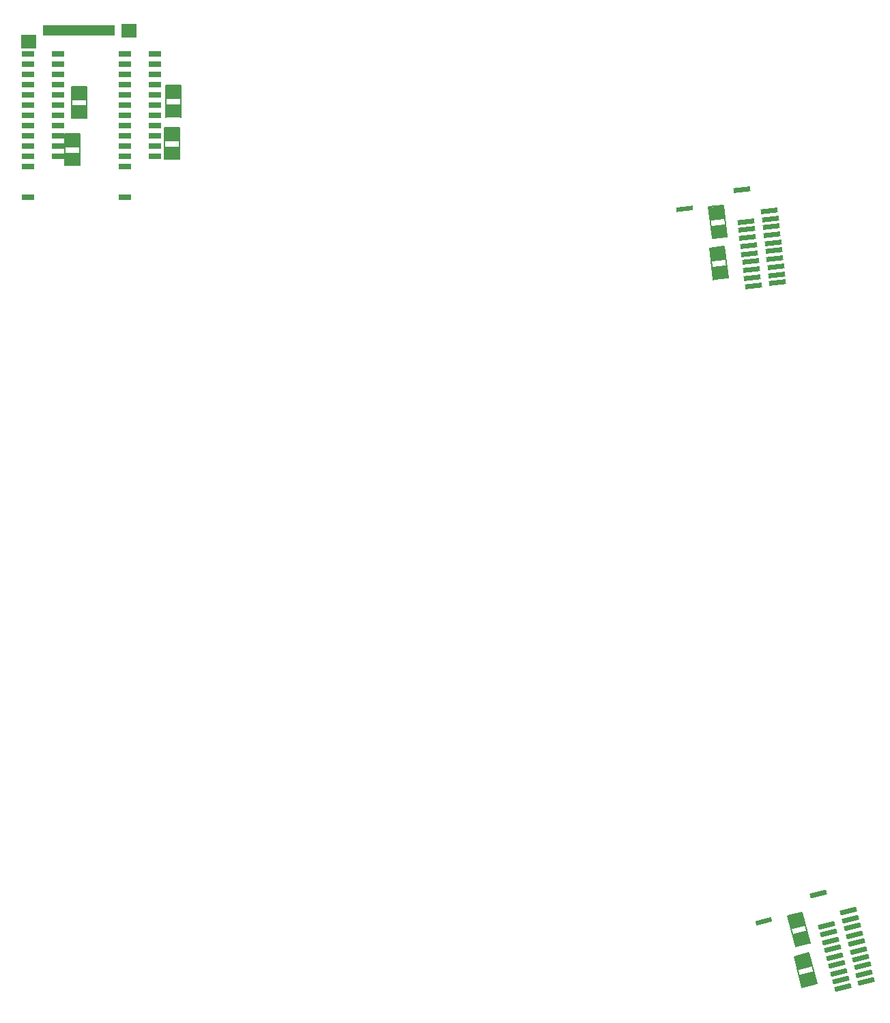
<source format=gbr>
*
G4_C Author: OrCAD GerbTool(tm) 8.1.1 Thu Jun 19 00:04:30 2003*
%LPD*%
%FSLAX34Y34*%
%MOIN*%
%AD*%
%AMD26R98*
20,1,0.027000,0.000000,-0.036000,0.000000,0.036000,98.600000*
%
%AMD26R98N2*
20,1,0.027000,0.000000,-0.036000,0.000000,0.036000,98.600000*
%
%AMD26R86*
20,1,0.027000,0.000000,-0.036000,0.000000,0.036000,86.080000*
%
%AMD17R5*
20,1,0.027000,-0.036000,0.000000,0.036000,0.000000,5.450000*
%
%AMD17R5N2*
20,1,0.027000,-0.036000,0.000000,0.036000,0.000000,5.450000*
%
%AMD29R3*
20,1,0.027000,0.035920,-0.002460,-0.035920,0.002460,3.950000*
%
%AMD29R3N2*
20,1,0.027000,0.035920,-0.002460,-0.035920,0.002460,3.910000*
%
%AMD29R3N3*
20,1,0.027000,0.035920,-0.002460,-0.035920,0.002460,3.920000*
%
%AMD30R104*
20,1,0.024000,0.000000,-0.041000,0.000000,0.041000,104.500000*
%
%AMD26R104*
20,1,0.027000,0.000000,-0.036000,0.000000,0.036000,104.500000*
%
%AMD29R104*
20,1,0.022000,0.000000,-0.040000,0.000000,0.040000,104.500000*
%
%AMD30R50*
20,1,0.024000,0.000000,-0.041000,0.000000,0.041000,50.800000*
%
%AMD26R50*
20,1,0.027000,0.000000,-0.036000,0.000000,0.036000,50.800000*
%
%AMD29R50*
20,1,0.022000,0.000000,-0.040000,0.000000,0.040000,50.800000*
%
%AMD30R96*
20,1,0.024000,0.000000,-0.041000,0.000000,0.041000,96.600000*
%
%AMD26R96*
20,1,0.027000,0.000000,-0.036000,0.000000,0.036000,96.600000*
%
%AMD29R96*
20,1,0.022000,0.000000,-0.040000,0.000000,0.040000,96.600000*
%
%AMD30R104N2*
20,1,0.024000,0.000000,-0.041000,0.000000,0.041000,104.500000*
%
%AMD26R104N2*
20,1,0.027000,0.000000,-0.036000,0.000000,0.036000,104.500000*
%
%AMD29R104N2*
20,1,0.022000,0.000000,-0.040000,0.000000,0.040000,104.500000*
%
%AMD30R96N2*
20,1,0.024000,0.000000,-0.041000,0.000000,0.041000,96.600000*
%
%AMD26R96N2*
20,1,0.027000,0.000000,-0.036000,0.000000,0.036000,96.600000*
%
%AMD29R96N2*
20,1,0.022000,0.000000,-0.040000,0.000000,0.040000,96.600000*
%
%ADD10R,0.050000X0.050000*%
%ADD11C,0.006000*%
%ADD12C,0.019000*%
%ADD13C,0.007900*%
%ADD14C,0.005000*%
%ADD15C,0.000800*%
%ADD16R,0.070000X0.025000*%
%ADD17R,0.068000X0.023000*%
%ADD18C,0.006000*%
%ADD19C,0.009800*%
%ADD20C,0.010000*%
%ADD21C,0.030000*%
%ADD22C,0.060000*%
%ADD23C,0.035000*%
%ADD24C,0.055000*%
%ADD25C,0.065000*%
%ADD26R,0.027000X0.072000*%
%ADD27D26R98*%
%ADD28R,0.031000X0.060000*%
%ADD29R,0.022000X0.080000*%
%ADD30R,0.024000X0.082000*%
%ADD31D17R5N2*%
%ADD32D29R3*%
%ADD33R,0.072000X0.027000*%
%ADD34R,0.072000X0.027000*%
%ADD35D30R104*%
%ADD36D26R104*%
%ADD37D29R104*%
%ADD38D30R50*%
%ADD39D26R50*%
%ADD40D29R50*%
%ADD41D30R96*%
%ADD42D26R96*%
%ADD43D29R96*%
%ADD44D30R104N2*%
%ADD45D26R104N2*%
%ADD46D29R104N2*%
%ADD47D30R96N2*%
%ADD48D26R96N2*%
%ADD49D29R96N2*%
%ADD256R,0.060000X0.031000*%
G4_C OrCAD GerbTool Tool List *
G54D10*
G1X2639Y50075D2*
G1X5639Y50075D1*
G54D33*
G1X6597Y50074D3*
G1X6597Y50258D3*
G1X6597Y49874D3*
G54D256*
G1X7865Y48927D3*
G1X7865Y48428D3*
G1X7865Y47927D3*
G1X7865Y45428D3*
G1X7865Y45927D3*
G1X7866Y46427D3*
G1X7866Y46927D3*
G1X7865Y47427D3*
G1X7866Y43926D3*
G1X7865Y44428D3*
G1X7865Y44927D3*
G1X6396Y48929D3*
G1X6396Y48430D3*
G1X6395Y47928D3*
G1X6395Y47429D3*
G1X6395Y46930D3*
G1X6395Y46429D3*
G1X6396Y45929D3*
G1X6396Y45430D3*
G1X6394Y44929D3*
G1X6395Y44430D3*
G1X6395Y43929D3*
G1X6395Y41929D3*
G1X6396Y43429D3*
G54D33*
G1X8701Y43891D3*
G1X8700Y44089D3*
G1X8701Y44273D3*
G1X8702Y44792D3*
G1X8703Y44991D3*
G1X8702Y45174D3*
G1X9066Y45331D2*
G54D18*
G1X9066Y43786D1*
G1X9066Y45332D2*
G1X8329Y45332D1*
G1X8329Y45333D2*
G1X8329Y43786D1*
G54D33*
G1X8778Y45955D3*
G1X8777Y46153D3*
G1X8778Y46337D3*
G1X8779Y46856D3*
G1X8780Y47055D3*
G1X8779Y47238D3*
G1X9142Y47394D2*
G54D18*
G1X9142Y45849D1*
G1X9142Y47395D2*
G1X8405Y47395D1*
G1X8405Y47396D2*
G1X8405Y45849D1*
G54D33*
G1X1694Y49344D3*
G1X1694Y49544D3*
G1X1694Y49728D3*
G54D256*
G1X3126Y48925D3*
G1X3126Y48426D3*
G1X3126Y47925D3*
G1X3126Y45426D3*
G1X3126Y45925D3*
G1X3127Y46425D3*
G1X3127Y46925D3*
G1X3126Y47425D3*
G1X3127Y43924D3*
G1X3126Y44426D3*
G1X3126Y44925D3*
G1X1656Y48927D3*
G1X1656Y48428D3*
G1X1655Y47926D3*
G1X1655Y47427D3*
G1X1655Y46928D3*
G1X1655Y46427D3*
G1X1656Y45927D3*
G1X1656Y45428D3*
G1X1654Y44927D3*
G1X1655Y44428D3*
G1X1655Y43927D3*
G1X1655Y41926D3*
G1X1656Y43427D3*
G54D33*
G1X3836Y43601D3*
G1X3835Y43799D3*
G1X3836Y43983D3*
G1X3837Y44502D3*
G1X3838Y44701D3*
G1X3837Y44884D3*
G1X4201Y45040D2*
G54D18*
G1X4201Y43495D1*
G1X4201Y45041D2*
G1X3464Y45041D1*
G1X3464Y45042D2*
G1X3464Y43495D1*
G54D33*
G1X4155Y45905D3*
G1X4154Y46103D3*
G1X4155Y46287D3*
G1X4156Y46806D3*
G1X4157Y47005D3*
G1X4156Y47188D3*
G1X4520Y47344D2*
G54D18*
G1X4520Y45799D1*
G1X4520Y47345D2*
G1X3783Y47345D1*
G1X3783Y47346D2*
G1X3783Y45799D1*
G54D44*
G1X42614Y3621D3*
G1X42515Y4003D3*
G1X42417Y4384D3*
G1X42318Y4764D3*
G1X42219Y5146D3*
G1X42121Y5526D3*
G1X42022Y5908D3*
G1X41924Y6289D3*
G1X41825Y6671D3*
G1X41727Y7051D3*
G1X41451Y3320D3*
G1X41352Y3702D3*
G1X41254Y4082D3*
G1X41155Y4464D3*
G1X41057Y4845D3*
G1X40958Y5225D3*
G1X40860Y5607D3*
G1X40761Y5988D3*
G1X40662Y6370D3*
G1X40269Y7893D3*
G54D45*
G1X39804Y3543D3*
G1X39753Y3734D3*
G1X39708Y3913D3*
G1X39579Y4415D3*
G1X39530Y4608D3*
G1X39484Y4785D3*
G1X39797Y5027D2*
G54D18*
G1X40184Y3532D1*
G1X39797Y5028D2*
G1X39083Y4844D1*
G1X39083Y4845D2*
G1X39470Y3347D1*
G54D45*
G1X39485Y5525D3*
G1X39435Y5717D3*
G1X39390Y5895D3*
G1X39261Y6398D3*
G1X39212Y6591D3*
G1X39165Y6768D3*
G1X39478Y7010D2*
G54D18*
G1X39865Y5514D1*
G1X39478Y7011D2*
G1X38765Y6826D1*
G1X38764Y6827D2*
G1X39152Y5329D1*
G54D46*
G1X37613Y6565D3*
G54D47*
G1X38278Y37752D3*
G1X38232Y38145D3*
G1X38187Y38535D3*
G1X38142Y38925D3*
G1X38097Y39317D3*
G1X38052Y39707D3*
G1X38006Y40099D3*
G1X37961Y40490D3*
G1X37916Y40881D3*
G1X37871Y41272D3*
G1X37085Y37614D3*
G1X37039Y38006D3*
G1X36994Y38396D3*
G1X36949Y38787D3*
G1X36904Y39179D3*
G1X36859Y39569D3*
G1X36813Y39961D3*
G1X36768Y40352D3*
G1X36723Y40743D3*
G1X36542Y42306D3*
G54D48*
G1X35484Y38061D3*
G1X35460Y38258D3*
G1X35440Y38441D3*
G1X35381Y38956D3*
G1X35359Y39154D3*
G1X35337Y39336D3*
G1X35681Y39533D2*
G54D18*
G1X35858Y37998D1*
G1X35681Y39534D2*
G1X34949Y39449D1*
G1X34949Y39450D2*
G1X35126Y37913D1*
G54D48*
G1X35441Y40069D3*
G1X35417Y40265D3*
G1X35397Y40448D3*
G1X35338Y40964D3*
G1X35316Y41161D3*
G1X35294Y41343D3*
G1X35638Y41540D2*
G54D18*
G1X35815Y40005D1*
G1X35638Y41541D2*
G1X34906Y41456D1*
G1X34906Y41457D2*
G1X35083Y39920D1*
G54D49*
G1X33729Y41355D3*
M2*

</source>
